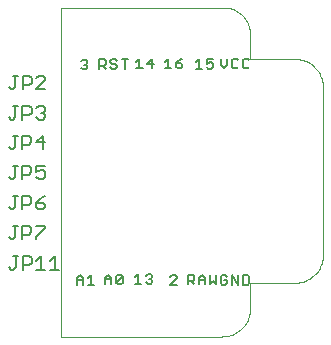
<source format=gto>
G75*
G70*
%OFA0B0*%
%FSLAX24Y24*%
%IPPOS*%
%LPD*%
%AMOC8*
5,1,8,0,0,1.08239X$1,22.5*
%
%ADD10C,0.0000*%
%ADD11C,0.0080*%
%ADD12C,0.0050*%
D10*
X014712Y012689D02*
X014712Y014461D01*
X014716Y014461D01*
X014716Y021941D01*
X014711Y021926D01*
X014711Y023658D01*
X020059Y023657D01*
X020058Y023657D02*
X020115Y023661D01*
X020172Y023660D01*
X020229Y023656D01*
X020285Y023648D01*
X020341Y023637D01*
X020396Y023622D01*
X020450Y023603D01*
X020502Y023581D01*
X020553Y023555D01*
X020602Y023526D01*
X020649Y023494D01*
X020694Y023459D01*
X020736Y023421D01*
X020776Y023381D01*
X020814Y023338D01*
X020848Y023292D01*
X020879Y023245D01*
X020907Y023195D01*
X020932Y023144D01*
X020954Y023091D01*
X020971Y023037D01*
X020986Y022982D01*
X020996Y022926D01*
X021003Y022870D01*
X021003Y021953D01*
X022464Y021961D01*
X022526Y021959D01*
X022587Y021953D01*
X022648Y021944D01*
X022709Y021930D01*
X022768Y021913D01*
X022826Y021892D01*
X022883Y021867D01*
X022938Y021839D01*
X022991Y021808D01*
X023042Y021773D01*
X023091Y021735D01*
X023138Y021694D01*
X023181Y021651D01*
X023222Y021604D01*
X023260Y021555D01*
X023295Y021504D01*
X023326Y021451D01*
X023354Y021396D01*
X023379Y021339D01*
X023400Y021281D01*
X023417Y021222D01*
X023431Y021161D01*
X023440Y021100D01*
X023446Y021039D01*
X023448Y020977D01*
X023448Y015446D01*
X023449Y015446D02*
X023447Y015385D01*
X023441Y015325D01*
X023432Y015265D01*
X023419Y015206D01*
X023402Y015148D01*
X023381Y015091D01*
X023357Y015035D01*
X023330Y014981D01*
X023299Y014929D01*
X023265Y014879D01*
X023228Y014831D01*
X023187Y014785D01*
X023145Y014743D01*
X023099Y014702D01*
X023051Y014665D01*
X023001Y014631D01*
X022949Y014600D01*
X022895Y014573D01*
X022839Y014549D01*
X022782Y014528D01*
X022724Y014511D01*
X022665Y014498D01*
X022605Y014489D01*
X022545Y014483D01*
X022484Y014481D01*
X021019Y014472D01*
X021019Y013661D01*
X021020Y013661D02*
X021018Y013600D01*
X021012Y013540D01*
X021003Y013480D01*
X020990Y013421D01*
X020973Y013363D01*
X020952Y013306D01*
X020928Y013250D01*
X020901Y013196D01*
X020870Y013144D01*
X020836Y013094D01*
X020799Y013046D01*
X020758Y013000D01*
X020716Y012958D01*
X020670Y012917D01*
X020622Y012880D01*
X020572Y012846D01*
X020520Y012815D01*
X020466Y012788D01*
X020410Y012764D01*
X020353Y012743D01*
X020295Y012726D01*
X020236Y012713D01*
X020176Y012704D01*
X020116Y012698D01*
X020055Y012696D01*
X020055Y012697D02*
X014712Y012689D01*
D11*
X015229Y014424D02*
X015229Y014638D01*
X015336Y014744D01*
X015443Y014638D01*
X015443Y014424D01*
X015598Y014424D02*
X015811Y014424D01*
X015704Y014424D02*
X015704Y014744D01*
X015598Y014638D01*
X015443Y014584D02*
X015229Y014584D01*
X016176Y014602D02*
X016390Y014602D01*
X016390Y014656D02*
X016390Y014442D01*
X016545Y014495D02*
X016598Y014442D01*
X016705Y014442D01*
X016758Y014495D01*
X016758Y014709D01*
X016545Y014495D01*
X016545Y014709D01*
X016598Y014762D01*
X016705Y014762D01*
X016758Y014709D01*
X016390Y014656D02*
X016283Y014762D01*
X016176Y014656D01*
X016176Y014442D01*
X017173Y014452D02*
X017386Y014452D01*
X017279Y014452D02*
X017279Y014772D01*
X017173Y014665D01*
X017541Y014719D02*
X017594Y014772D01*
X017701Y014772D01*
X017755Y014719D01*
X017755Y014665D01*
X017701Y014612D01*
X017755Y014558D01*
X017755Y014505D01*
X017701Y014452D01*
X017594Y014452D01*
X017541Y014505D01*
X017648Y014612D02*
X017701Y014612D01*
X018355Y014695D02*
X018408Y014748D01*
X018515Y014748D01*
X018568Y014695D01*
X018568Y014641D01*
X018355Y014428D01*
X018568Y014428D01*
X018939Y014436D02*
X018939Y014756D01*
X019100Y014756D01*
X019153Y014703D01*
X019153Y014596D01*
X019100Y014542D01*
X018939Y014542D01*
X019046Y014542D02*
X019153Y014436D01*
X019308Y014436D02*
X019308Y014649D01*
X019415Y014756D01*
X019521Y014649D01*
X019521Y014436D01*
X019676Y014436D02*
X019783Y014542D01*
X019890Y014436D01*
X019890Y014756D01*
X020029Y014696D02*
X020029Y014483D01*
X020082Y014429D01*
X020189Y014429D01*
X020242Y014483D01*
X020242Y014589D01*
X020135Y014589D01*
X020029Y014696D02*
X020082Y014750D01*
X020189Y014750D01*
X020242Y014696D01*
X020397Y014750D02*
X020610Y014429D01*
X020610Y014750D01*
X020765Y014750D02*
X020925Y014750D01*
X020979Y014696D01*
X020979Y014483D01*
X020925Y014429D01*
X020765Y014429D01*
X020765Y014750D01*
X020397Y014750D02*
X020397Y014429D01*
X019676Y014436D02*
X019676Y014756D01*
X019521Y014596D02*
X019308Y014596D01*
X019300Y021631D02*
X019300Y021951D01*
X019194Y021844D01*
X019194Y021631D02*
X019407Y021631D01*
X019562Y021684D02*
X019615Y021631D01*
X019722Y021631D01*
X019776Y021684D01*
X019776Y021791D01*
X019722Y021844D01*
X019669Y021844D01*
X019562Y021791D01*
X019562Y021951D01*
X019776Y021951D01*
X020032Y021953D02*
X020032Y021739D01*
X020139Y021633D01*
X020246Y021739D01*
X020246Y021953D01*
X020401Y021900D02*
X020401Y021686D01*
X020454Y021633D01*
X020561Y021633D01*
X020614Y021686D01*
X020769Y021686D02*
X020822Y021633D01*
X020929Y021633D01*
X020982Y021686D01*
X020769Y021686D02*
X020769Y021900D01*
X020822Y021953D01*
X020929Y021953D01*
X020982Y021900D01*
X020614Y021900D02*
X020561Y021953D01*
X020454Y021953D01*
X020401Y021900D01*
X018755Y021959D02*
X018649Y021906D01*
X018542Y021799D01*
X018702Y021799D01*
X018755Y021745D01*
X018755Y021692D01*
X018702Y021639D01*
X018595Y021639D01*
X018542Y021692D01*
X018542Y021799D01*
X018387Y021639D02*
X018173Y021639D01*
X018280Y021639D02*
X018280Y021959D01*
X018173Y021852D01*
X017795Y021797D02*
X017581Y021797D01*
X017741Y021957D01*
X017741Y021637D01*
X017426Y021637D02*
X017213Y021637D01*
X017320Y021637D02*
X017320Y021957D01*
X017213Y021850D01*
X016937Y021940D02*
X016724Y021940D01*
X016830Y021940D02*
X016830Y021620D01*
X016569Y021673D02*
X016569Y021726D01*
X016515Y021780D01*
X016409Y021780D01*
X016355Y021833D01*
X016355Y021887D01*
X016409Y021940D01*
X016515Y021940D01*
X016569Y021887D01*
X016569Y021673D02*
X016515Y021620D01*
X016409Y021620D01*
X016355Y021673D01*
X016200Y021620D02*
X016094Y021726D01*
X016147Y021726D02*
X015987Y021726D01*
X015987Y021620D02*
X015987Y021940D01*
X016147Y021940D01*
X016200Y021887D01*
X016200Y021780D01*
X016147Y021726D01*
X015585Y021707D02*
X015585Y021653D01*
X015531Y021600D01*
X015425Y021600D01*
X015371Y021653D01*
X015478Y021760D02*
X015531Y021760D01*
X015585Y021707D01*
X015531Y021760D02*
X015585Y021813D01*
X015585Y021867D01*
X015531Y021920D01*
X015425Y021920D01*
X015371Y021867D01*
D12*
X014186Y021309D02*
X014110Y021384D01*
X013960Y021384D01*
X013885Y021309D01*
X013725Y021309D02*
X013725Y021159D01*
X013650Y021084D01*
X013425Y021084D01*
X013425Y020934D02*
X013425Y021384D01*
X013650Y021384D01*
X013725Y021309D01*
X013885Y020934D02*
X014186Y021234D01*
X014186Y021309D01*
X014186Y020934D02*
X013885Y020934D01*
X013265Y021384D02*
X013115Y021384D01*
X013190Y021384D02*
X013190Y021009D01*
X013115Y020934D01*
X013040Y020934D01*
X012965Y021009D01*
X013113Y020377D02*
X013263Y020377D01*
X013188Y020377D02*
X013188Y020002D01*
X013113Y019927D01*
X013038Y019927D01*
X012963Y020002D01*
X013423Y019927D02*
X013423Y020377D01*
X013649Y020377D01*
X013724Y020302D01*
X013724Y020152D01*
X013649Y020077D01*
X013423Y020077D01*
X013884Y020002D02*
X013959Y019927D01*
X014109Y019927D01*
X014184Y020002D01*
X014184Y020077D01*
X014109Y020152D01*
X014034Y020152D01*
X014109Y020152D02*
X014184Y020227D01*
X014184Y020302D01*
X014109Y020377D01*
X013959Y020377D01*
X013884Y020302D01*
X014107Y019391D02*
X013882Y019166D01*
X014183Y019166D01*
X014107Y018941D02*
X014107Y019391D01*
X013722Y019316D02*
X013722Y019166D01*
X013647Y019091D01*
X013422Y019091D01*
X013422Y018941D02*
X013422Y019391D01*
X013647Y019391D01*
X013722Y019316D01*
X013262Y019391D02*
X013112Y019391D01*
X013187Y019391D02*
X013187Y019016D01*
X013112Y018941D01*
X013037Y018941D01*
X012962Y019016D01*
X013112Y018390D02*
X013262Y018390D01*
X013187Y018390D02*
X013187Y018015D01*
X013112Y017940D01*
X013037Y017940D01*
X012962Y018015D01*
X013422Y018090D02*
X013648Y018090D01*
X013723Y018165D01*
X013723Y018315D01*
X013648Y018390D01*
X013422Y018390D01*
X013422Y017940D01*
X013883Y018015D02*
X013958Y017940D01*
X014108Y017940D01*
X014183Y018015D01*
X014183Y018165D01*
X014108Y018240D01*
X014033Y018240D01*
X013883Y018165D01*
X013883Y018390D01*
X014183Y018390D01*
X014183Y017389D02*
X014032Y017314D01*
X013882Y017164D01*
X014107Y017164D01*
X014183Y017089D01*
X014183Y017014D01*
X014107Y016939D01*
X013957Y016939D01*
X013882Y017014D01*
X013882Y017164D01*
X013722Y017164D02*
X013647Y017089D01*
X013422Y017089D01*
X013422Y016939D02*
X013422Y017389D01*
X013647Y017389D01*
X013722Y017314D01*
X013722Y017164D01*
X013262Y017389D02*
X013112Y017389D01*
X013187Y017389D02*
X013187Y017014D01*
X013112Y016939D01*
X013037Y016939D01*
X012962Y017014D01*
X013112Y016394D02*
X013262Y016394D01*
X013187Y016394D02*
X013187Y016019D01*
X013112Y015944D01*
X013037Y015944D01*
X012962Y016019D01*
X013422Y016094D02*
X013648Y016094D01*
X013723Y016169D01*
X013723Y016319D01*
X013648Y016394D01*
X013422Y016394D01*
X013422Y015944D01*
X013883Y015944D02*
X013883Y016019D01*
X014183Y016319D01*
X014183Y016394D01*
X013883Y016394D01*
X014036Y015381D02*
X014036Y014930D01*
X013886Y014930D02*
X014187Y014930D01*
X014347Y014930D02*
X014647Y014930D01*
X014497Y014930D02*
X014497Y015381D01*
X014347Y015231D01*
X014036Y015381D02*
X013886Y015231D01*
X013726Y015306D02*
X013726Y015156D01*
X013651Y015081D01*
X013426Y015081D01*
X013426Y014930D02*
X013426Y015381D01*
X013651Y015381D01*
X013726Y015306D01*
X013266Y015381D02*
X013116Y015381D01*
X013191Y015381D02*
X013191Y015006D01*
X013116Y014930D01*
X013041Y014930D01*
X012966Y015006D01*
M02*

</source>
